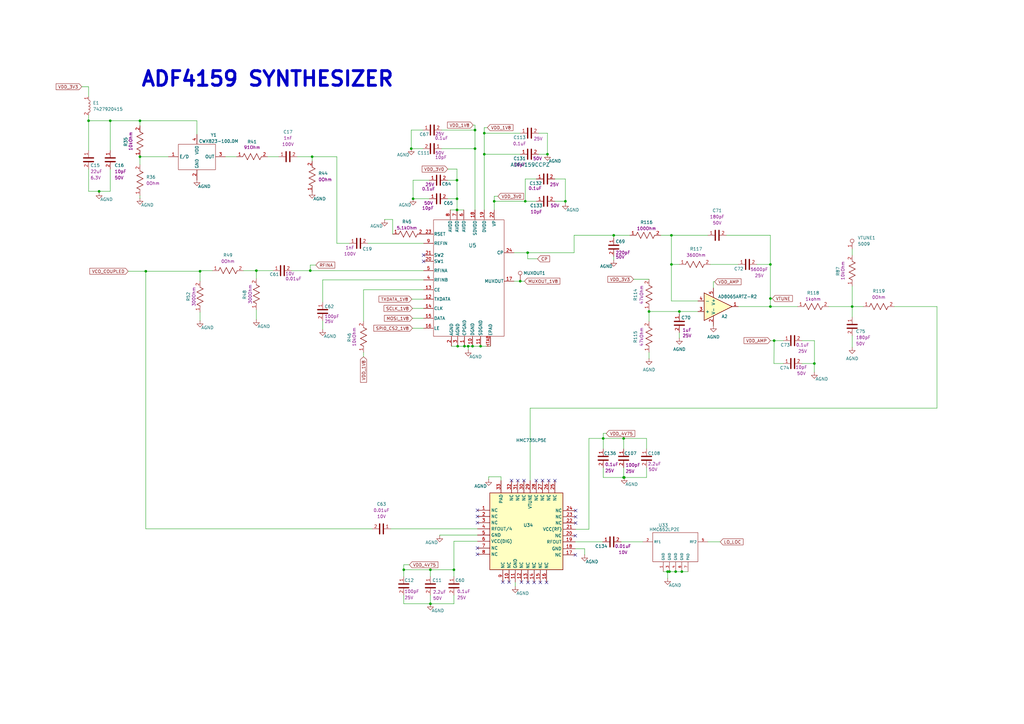
<source format=kicad_sch>
(kicad_sch (version 20250114) (generator "eeschema") (generator_version "9.0")
  (paper "A3")
  (text "ADF4159 SYNTHESIZER" (at 109.728 32.512 0) (effects (font (size 6 6) (thickness 1.2) (bold yes))))
  (junction (at 224.536 63.246))
  (junction (at 215.4458 82.55))
  (junction (at 278.638 127.762))
  (junction (at 251.714 96.52))
  (junction (at 197.104 141.986))
  (junction (at 128.016 64.262))
  (junction (at 169.418 81.534))
  (junction (at 349.504 125.73))
  (junction (at 273.812 234.442))
  (junction (at 334.01 149.098))
  (junction (at 165.608 233.68))
  (junction (at 274.574 234.442))
  (junction (at 36.322 49.53))
  (junction (at 127.254 110.998))
  (junction (at 187.4282 73.914))
  (junction (at 193.802 141.986))
  (junction (at 315.976 108.458))
  (junction (at 266.192 127.762))
  (junction (at 317.5 139.7))
  (junction (at 187.452 86.106))
  (junction (at 194.818 60.96))
  (junction (at 168.656 60.96))
  (junction (at 277.114 234.442))
  (junction (at 45.212 49.53))
  (junction (at 40.64 78.486))
  (junction (at 255.778 195.834))
  (junction (at 190.5 141.986))
  (junction (at 194.818 53.34))
  (junction (at 255.778 179.832))
  (junction (at 231.902 82.55))
  (junction (at 57.404 64.262))
  (junction (at 275.3882 96.52))
  (junction (at 256.032 195.834))
  (junction (at 216.408 103.632))
  (junction (at 176.53 233.68))
  (junction (at 279.654 234.442))
  (junction (at 247.396 179.832))
  (junction (at 315.976 125.73))
  (junction (at 82.042 111.252))
  (junction (at 59.8131 111.252))
  (junction (at 105.156 110.998))
  (junction (at 186.182 233.68))
  (junction (at 202.692 82.55))
  (junction (at 198.628 54.61))
  (junction (at 315.976 122.428))
  (junction (at 187.452 81.534))
  (junction (at 213.36 115.316))
  (junction (at 275.3882 108.458))
  (junction (at 198.628 63.246))
  (junction (at 57.404 49.53))
  (junction (at 192.024 141.986))
  (junction (at 187.706 141.986))
  (junction (at 176.53 247.65))
  (no_connect (at 195.834 227.33))
  (no_connect (at 195.834 209.296))
  (no_connect (at 208.788 238.76))
  (no_connect (at 236.093 209.423))
  (no_connect (at 209.804 197.104))
  (no_connect (at 212.344 197.104))
  (no_connect (at 224.155 238.887))
  (no_connect (at 195.834 211.836))
  (no_connect (at 219.075 238.887))
  (no_connect (at 195.834 214.376))
  (no_connect (at 227.584 197.104))
  (no_connect (at 222.504 197.104))
  (no_connect (at 173.736 104.648))
  (no_connect (at 214.884 197.104))
  (no_connect (at 235.966 227.584))
  (no_connect (at 213.868 238.76))
  (no_connect (at 235.966 219.71))
  (no_connect (at 219.964 197.104))
  (no_connect (at 221.615 238.887))
  (no_connect (at 225.044 197.104))
  (no_connect (at 236.093 211.963))
  (no_connect (at 216.535 238.887))
  (no_connect (at 173.736 107.188))
  (no_connect (at 195.834 224.79))
  (no_connect (at 236.093 214.503))
  (no_connect (at 206.248 238.76))
  (wire (pts (xy 194.056 51.308) (xy 194.818 51.308)))
  (wire (pts (xy 176.022 73.914) (xy 176.022 73.8893)))
  (wire (pts (xy 295.402 222.25) (xy 290.322 222.25)))
  (wire (pts (xy 275.3882 96.52) (xy 290.322 96.52)))
  (wire (pts (xy 227.584 73.406) (xy 231.902 73.406)))
  (wire (pts (xy 277.114 234.442) (xy 279.654 234.442)))
  (wire (pts (xy 194.818 60.96) (xy 194.818 86.106)))
  (wire (pts (xy 192.024 141.986) (xy 193.802 141.986)))
  (wire (pts (xy 266.192 127.254) (xy 266.192 127.762)))
  (wire (pts (xy 59.8131 216.916) (xy 152.654 216.916)))
  (wire (pts (xy 132.334 135.128) (xy 132.334 131.572)))
  (wire (pts (xy 36.322 35.56) (xy 36.322 39.624)))
  (wire (pts (xy 183.642 69.342) (xy 187.4282 69.342)))
  (wire (pts (xy 224.536 63.246) (xy 220.98 63.246)))
  (wire (pts (xy 255.778 179.832) (xy 255.778 184.15)))
  (wire (pts (xy 45.212 49.53) (xy 45.212 61.722)))
  (wire (pts (xy 165.608 231.648) (xy 165.608 233.68)))
  (wire (pts (xy 87.122 110.998) (xy 82.042 110.998)))
  (wire (pts (xy 316.738 122.428) (xy 315.976 122.428)))
  (wire (pts (xy 278.638 127.762) (xy 278.638 128.778)))
  (wire (pts (xy 150.876 99.822) (xy 173.736 99.822)))
  (wire (pts (xy 251.714 96.52) (xy 258.318 96.52)))
  (wire (pts (xy 36.322 78.486) (xy 40.64 78.486)))
  (wire (pts (xy 219.964 73.406) (xy 215.4458 73.406)))
  (wire (pts (xy 265.176 195.834) (xy 265.176 191.77)))
  (wire (pts (xy 168.656 53.34) (xy 168.656 60.96)))
  (wire (pts (xy 248.666 177.8) (xy 248.666 177.7594)))
  (wire (pts (xy 315.976 108.458) (xy 310.388 108.458)))
  (wire (pts (xy 302.768 125.73) (xy 315.976 125.73)))
  (wire (pts (xy 186.182 233.68) (xy 186.182 236.474)))
  (wire (pts (xy 183.642 81.534) (xy 187.452 81.534)))
  (wire (pts (xy 40.64 78.994) (xy 40.64 78.486)))
  (wire (pts (xy 241.554 179.832) (xy 247.396 179.832)))
  (wire (pts (xy 187.452 86.106) (xy 190.246 86.106)))
  (wire (pts (xy 169.164 130.556) (xy 173.736 130.556)))
  (wire (pts (xy 275.3882 96.52) (xy 275.3882 108.458)))
  (wire (pts (xy 247.396 191.77) (xy 247.396 195.834)))
  (wire (pts (xy 247.142 222.25) (xy 235.966 222.25)))
  (wire (pts (xy 45.212 49.53) (xy 57.404 49.53)))
  (wire (pts (xy 251.714 97.536) (xy 251.714 96.52)))
  (wire (pts (xy 255.778 191.77) (xy 255.778 195.834)))
  (wire (pts (xy 220.98 54.61) (xy 224.536 54.61)))
  (wire (pts (xy 192.024 143.51) (xy 192.024 141.986)))
  (wire (pts (xy 194.818 51.308) (xy 194.818 53.34)))
  (wire (pts (xy 197.104 141.986) (xy 201.168 141.986)))
  (wire (pts (xy 334.01 149.098) (xy 334.01 152.654)))
  (wire (pts (xy 292.608 133.604) (xy 292.608 133.35)))
  (wire (pts (xy 127.254 110.998) (xy 173.736 110.998)))
  (wire (pts (xy 132.334 114.808) (xy 173.736 114.808)))
  (wire (pts (xy 52.578 111.252) (xy 59.8131 111.252)))
  (wire (pts (xy 82.042 111.252) (xy 82.042 110.998)))
  (wire (pts (xy 315.976 139.7) (xy 317.5 139.7)))
  (wire (pts (xy 40.64 78.486) (xy 45.212 78.486)))
  (wire (pts (xy 248.666 177.7594) (xy 247.396 177.7594)))
  (wire (pts (xy 169.418 73.8893) (xy 169.418 81.534)))
  (wire (pts (xy 57.404 49.53) (xy 57.404 51.562)))
  (wire (pts (xy 204.216 80.518) (xy 202.692 80.518)))
  (wire (pts (xy 317.5 139.7) (xy 317.4325 149.098)))
  (wire (pts (xy 231.902 73.406) (xy 231.902 82.55)))
  (wire (pts (xy 105.156 110.998) (xy 112.014 110.998)))
  (wire (pts (xy 275.3882 108.458) (xy 278.638 108.458)))
  (wire (pts (xy 187.452 81.534) (xy 187.452 86.106)))
  (wire (pts (xy 97.028 64.262) (xy 92.456 64.262)))
  (wire (pts (xy 176.53 233.68) (xy 176.53 236.474)))
  (wire (pts (xy 80.772 55.118) (xy 80.772 49.53)))
  (wire (pts (xy 195.834 219.456) (xy 180.34 219.456)))
  (wire (pts (xy 275.3882 123.444) (xy 286.258 123.444)))
  (wire (pts (xy 239.776 225.044) (xy 235.966 225.044)))
  (wire (pts (xy 278.638 127.762) (xy 286.258 127.762)))
  (wire (pts (xy 263.652 222.25) (xy 254.762 222.25)))
  (wire (pts (xy 349.504 102.108) (xy 349.504 104.648)))
  (wire (pts (xy 327.152 125.73) (xy 315.976 125.73)))
  (wire (pts (xy 266.192 127.762) (xy 278.638 127.762)))
  (wire (pts (xy 198.628 54.61) (xy 198.628 63.246)))
  (wire (pts (xy 216.408 103.632) (xy 216.408 106.172)))
  (wire (pts (xy 315.976 96.52) (xy 315.976 108.458)))
  (wire (pts (xy 199.898 52.324) (xy 198.628 52.324)))
  (wire (pts (xy 366.776 125.73) (xy 384.302 125.73)))
  (wire (pts (xy 57.404 67.564) (xy 57.404 64.262)))
  (wire (pts (xy 82.042 111.252) (xy 59.8131 111.252)))
  (wire (pts (xy 165.608 244.094) (xy 165.608 247.65)))
  (wire (pts (xy 161.036 90.0218) (xy 157.734 90.0218)))
  (wire (pts (xy 132.334 123.952) (xy 132.334 114.808)))
  (wire (pts (xy 255.778 179.832) (xy 265.176 179.832)))
  (wire (pts (xy 317.4325 149.098) (xy 321.31 149.098)))
  (wire (pts (xy 241.554 179.832) (xy 241.554 217.043)))
  (wire (pts (xy 349.504 125.73) (xy 339.852 125.73)))
  (wire (pts (xy 217.424 167.386) (xy 217.424 197.104)))
  (wire (pts (xy 167.894 231.648) (xy 165.608 231.648)))
  (wire (pts (xy 114.3 64.262) (xy 109.728 64.262)))
  (wire (pts (xy 169.164 134.62) (xy 173.736 134.62)))
  (wire (pts (xy 293.116 115.57) (xy 292.608 115.57)))
  (wire (pts (xy 210.82 115.316) (xy 213.36 115.316)))
  (wire (pts (xy 36.322 69.342) (xy 36.322 78.486)))
  (wire (pts (xy 273.812 234.442) (xy 274.574 234.442)))
  (wire (pts (xy 165.608 233.68) (xy 176.53 233.68)))
  (wire (pts (xy 384.302 167.386) (xy 217.424 167.386)))
  (wire (pts (xy 99.822 110.998) (xy 105.156 110.998)))
  (wire (pts (xy 211.328 240.538) (xy 211.328 238.76)))
  (wire (pts (xy 256.032 195.834) (xy 265.176 195.834)))
  (wire (pts (xy 247.396 184.15) (xy 247.396 179.832)))
  (wire (pts (xy 121.92 64.262) (xy 128.016 64.262)))
  (wire (pts (xy 45.212 69.342) (xy 45.212 78.486)))
  (wire (pts (xy 255.778 195.834) (xy 256.032 195.834)))
  (wire (pts (xy 193.802 141.986) (xy 197.104 141.986)))
  (wire (pts (xy 33.528 35.56) (xy 36.322 35.56)))
  (wire (pts (xy 129.54 108.712) (xy 127.254 108.712)))
  (wire (pts (xy 205.486 195.58) (xy 205.486 197.104)))
  (wire (pts (xy 247.396 195.834) (xy 255.778 195.834)))
  (wire (pts (xy 186.182 221.996) (xy 186.182 233.68)))
  (wire (pts (xy 168.656 60.96) (xy 173.482 60.96)))
  (wire (pts (xy 161.036 96.012) (xy 161.036 90.0218)))
  (wire (pts (xy 183.642 73.914) (xy 187.4282 73.914)))
  (wire (pts (xy 275.3882 108.458) (xy 275.3882 123.444)))
  (wire (pts (xy 334.0497 139.7) (xy 334.0497 149.098)))
  (wire (pts (xy 213.36 63.246) (xy 198.628 63.246)))
  (wire (pts (xy 231.902 83.312) (xy 231.902 82.55)))
  (wire (pts (xy 272.034 234.442) (xy 273.812 234.442)))
  (wire (pts (xy 215.4458 73.406) (xy 215.4458 82.55)))
  (wire (pts (xy 176.022 73.8893) (xy 169.418 73.8893)))
  (wire (pts (xy 239.776 227.584) (xy 239.776 225.044)))
  (wire (pts (xy 36.322 47.244) (xy 36.322 49.53)))
  (wire (pts (xy 247.396 179.832) (xy 255.778 179.832)))
  (wire (pts (xy 194.818 53.34) (xy 194.818 60.96)))
  (wire (pts (xy 231.902 82.55) (xy 227.584 82.55)))
  (wire (pts (xy 36.322 49.53) (xy 45.212 49.53)))
  (wire (pts (xy 334.0497 149.098) (xy 334.01 149.098)))
  (wire (pts (xy 128.016 64.262) (xy 128.016 66.04)))
  (wire (pts (xy 202.692 82.55) (xy 202.692 86.106)))
  (wire (pts (xy 160.274 216.916) (xy 195.834 216.916)))
  (wire (pts (xy 265.176 179.832) (xy 265.176 184.15)))
  (wire (pts (xy 149.098 146.304) (xy 149.098 144.526)))
  (wire (pts (xy 165.608 247.65) (xy 176.53 247.65)))
  (wire (pts (xy 354.076 125.73) (xy 349.504 125.73)))
  (wire (pts (xy 59.8131 216.916) (xy 59.8131 111.252)))
  (wire (pts (xy 57.404 81.28) (xy 57.404 80.264)))
  (wire (pts (xy 187.706 141.986) (xy 190.5 141.986)))
  (wire (pts (xy 278.638 138.684) (xy 278.638 136.398)))
  (wire (pts (xy 220.472 106.172) (xy 216.408 106.172)))
  (wire (pts (xy 127.254 108.712) (xy 127.254 110.998)))
  (wire (pts (xy 173.482 53.34) (xy 168.656 53.34)))
  (wire (pts (xy 105.156 114.3) (xy 105.156 110.998)))
  (wire (pts (xy 328.93 139.7) (xy 334.0497 139.7)))
  (wire (pts (xy 181.102 60.96) (xy 194.818 60.96)))
  (wire (pts (xy 266.192 131.826) (xy 266.192 127.762)))
  (wire (pts (xy 82.042 111.252) (xy 82.042 115.316)))
  (wire (pts (xy 271.018 96.52) (xy 275.3882 96.52)))
  (wire (pts (xy 321.31 139.7) (xy 317.5 139.7)))
  (wire (pts (xy 186.182 247.65) (xy 186.182 244.094)))
  (wire (pts (xy 235.458 103.632) (xy 216.408 103.632)))
  (wire (pts (xy 235.458 96.52) (xy 251.714 96.52)))
  (wire (pts (xy 235.458 96.52) (xy 235.458 103.632)))
  (wire (pts (xy 176.53 247.65) (xy 186.182 247.65)))
  (wire (pts (xy 266.192 147.066) (xy 266.192 144.526)))
  (wire (pts (xy 105.156 131.064) (xy 105.156 127)))
  (wire (pts (xy 187.4282 69.342) (xy 187.4282 73.914)))
  (wire (pts (xy 169.418 81.534) (xy 176.022 81.534)))
  (wire (pts (xy 273.812 237.236) (xy 273.812 234.442)))
  (wire (pts (xy 82.042 131.572) (xy 82.042 128.016)))
  (wire (pts (xy 157.734 90.0218) (xy 157.734 90.17)))
  (wire (pts (xy 198.628 63.246) (xy 198.628 86.106)))
  (wire (pts (xy 169.164 126.492) (xy 173.736 126.492)))
  (wire (pts (xy 187.4282 73.914) (xy 187.4282 74.168)))
  (wire (pts (xy 292.608 115.57) (xy 292.608 118.11)))
  (wire (pts (xy 185.166 141.986) (xy 187.706 141.986)))
  (wire (pts (xy 202.692 82.55) (xy 215.4458 82.55)))
  (wire (pts (xy 181.102 53.34) (xy 194.818 53.34)))
  (wire (pts (xy 315.976 125.73) (xy 315.976 122.428)))
  (wire (pts (xy 213.36 115.316) (xy 215.138 115.316)))
  (wire (pts (xy 279.654 234.442) (xy 282.194 234.442)))
  (wire (pts (xy 315.976 122.428) (xy 315.976 108.458)))
  (wire (pts (xy 195.834 221.996) (xy 186.182 221.996)))
  (wire (pts (xy 168.91 122.682) (xy 173.736 122.682)))
  (wire (pts (xy 36.322 61.722) (xy 36.322 49.53)))
  (wire (pts (xy 190.5 141.986) (xy 192.024 141.986)))
  (wire (pts (xy 165.608 233.68) (xy 165.608 236.474)))
  (wire (pts (xy 149.098 131.826) (xy 149.098 118.872)))
  (wire (pts (xy 138.176 64.262) (xy 138.176 99.822)))
  (wire (pts (xy 202.692 80.518) (xy 202.692 82.55)))
  (wire (pts (xy 149.098 118.872) (xy 173.736 118.872)))
  (wire (pts (xy 187.4282 74.168) (xy 187.452 81.534)))
  (wire (pts (xy 176.53 233.68) (xy 186.182 233.68)))
  (wire (pts (xy 184.658 86.106) (xy 187.452 86.106)))
  (wire (pts (xy 349.504 130.048) (xy 349.504 125.73)))
  (wire (pts (xy 236.093 217.043) (xy 241.554 217.043)))
  (wire (pts (xy 297.942 96.52) (xy 315.976 96.52)))
  (wire (pts (xy 198.628 52.324) (xy 198.628 54.61)))
  (wire (pts (xy 259.842 114.554) (xy 266.192 114.554)))
  (wire (pts (xy 349.504 117.348) (xy 349.504 125.73)))
  (wire (pts (xy 334.01 149.098) (xy 328.93 149.098)))
  (wire (pts (xy 291.338 108.458) (xy 302.768 108.458)))
  (wire (pts (xy 57.404 64.262) (xy 69.088 64.262)))
  (wire (pts (xy 180.34 219.456) (xy 180.34 219.71)))
  (wire (pts (xy 128.016 64.262) (xy 138.176 64.262)))
  (wire (pts (xy 215.4458 82.55) (xy 219.964 82.55)))
  (wire (pts (xy 384.302 125.73) (xy 384.302 167.386)))
  (wire (pts (xy 198.628 54.61) (xy 213.36 54.61)))
  (wire (pts (xy 80.772 49.53) (xy 57.404 49.53)))
  (wire (pts (xy 200.406 195.58) (xy 205.486 195.58)))
  (wire (pts (xy 274.574 234.442) (xy 277.114 234.442)))
  (wire (pts (xy 176.53 244.094) (xy 176.53 247.65)))
  (wire (pts (xy 119.634 110.998) (xy 127.254 110.998)))
  (wire (pts (xy 216.408 103.632) (xy 210.82 103.632)))
  (wire (pts (xy 200.406 196.596) (xy 200.406 195.58)))
  (wire (pts (xy 349.504 142.494) (xy 349.504 137.668)))
  (wire (pts (xy 138.176 99.822) (xy 143.256 99.822)))
  (wire (pts (xy 247.396 177.7594) (xy 247.396 179.832)))
  (wire (pts (xy 251.714 106.68) (xy 251.714 105.156)))
  (wire (pts (xy 224.536 54.61) (xy 224.536 63.246)))
  (global_label "MOSI_1V8" (shape input) (at 169.164 130.556 180) (property "Intersheetrefs" "${INTERSHEET_REFS}" (effects (hide yes))))
  (global_label "CP" (shape input) (at 220.472 106.172 0) (property "Intersheetrefs" "${INTERSHEET_REFS}" (effects (hide yes))))
  (global_label "VDD_3V3" (shape input) (at 259.842 114.554 180) (property "Intersheetrefs" "${INTERSHEET_REFS}" (effects (hide yes))))
  (global_label "VDD_1V8" (shape input) (at 199.898 52.324 0) (property "Intersheetrefs" "${INTERSHEET_REFS}" (effects (hide yes))))
  (global_label "SPI0_CS2_1V8" (shape input) (at 169.164 134.62 180) (property "Intersheetrefs" "${INTERSHEET_REFS}" (effects (hide yes))))
  (global_label "VDD_1V8" (shape input) (at 149.098 146.304 270) (property "Intersheetrefs" "${INTERSHEET_REFS}" (effects (hide yes))))
  (global_label "MUXOUT_1V8" (shape input) (at 215.138 115.316 0) (property "Intersheetrefs" "${INTERSHEET_REFS}" (effects (hide yes))))
  (global_label "SCLK_1V8" (shape input) (at 169.164 126.492 180) (property "Intersheetrefs" "${INTERSHEET_REFS}" (effects (hide yes))))
  (global_label "TXDATA_1V8" (shape input) (at 168.91 122.682 180) (property "Intersheetrefs" "${INTERSHEET_REFS}" (effects (hide yes))))
  (global_label "VDD_3V0" (shape input) (at 183.642 69.342 180) (property "Intersheetrefs" "${INTERSHEET_REFS}" (effects (hide yes))))
  (global_label "VDD_AMP" (shape input) (at 293.116 115.57 0) (property "Intersheetrefs" "${INTERSHEET_REFS}" (effects (hide yes))))
  (global_label "VDD_4V75" (shape input) (at 167.894 231.648 0) (property "Intersheetrefs" "${INTERSHEET_REFS}" (effects (hide yes))))
  (global_label "LO_LOC" (shape input) (at 295.402 222.25 0) (property "Intersheetrefs" "${INTERSHEET_REFS}" (effects (hide yes))))
  (global_label "VDD_AMP" (shape input) (at 315.976 139.7 180) (property "Intersheetrefs" "${INTERSHEET_REFS}" (effects (hide yes))))
  (global_label "RFINA" (shape input) (at 129.54 108.712 0) (property "Intersheetrefs" "${INTERSHEET_REFS}" (effects (hide yes))))
  (global_label "VDD_3V0" (shape input) (at 204.216 80.518 0) (property "Intersheetrefs" "${INTERSHEET_REFS}" (effects (hide yes))))
  (global_label "VDD_4V75" (shape input) (at 248.666 177.8 0) (property "Intersheetrefs" "${INTERSHEET_REFS}" (effects (hide yes))))
  (global_label "VTUNE" (shape input) (at 316.738 122.428 0) (property "Intersheetrefs" "${INTERSHEET_REFS}" (effects (hide yes))))
  (global_label "VCO_COUPLED" (shape input) (at 52.578 111.252 180) (property "Intersheetrefs" "${INTERSHEET_REFS}" (effects (hide yes))))
  (global_label "VDD_1V8" (shape input) (at 194.056 51.308 180) (property "Intersheetrefs" "${INTERSHEET_REFS}" (effects (hide yes))))
  (global_label "VDD_3V3" (shape input) (at 33.528 35.56 180) (property "Intersheetrefs" "${INTERSHEET_REFS}" (effects (hide yes))))
  (symbol (lib_id "PABA-DP: GRM188R61H225KE11J") (at 175.26 233.934 0) (unit 1)
    (property "Reference" "C11" (at 177.292 237.998 0) (effects (justify left)))
    (property "Value" "GRM188R61H225KE11J" (effects (hide yes)))
    (property "Footprint" "Custom:C_0603_1608Metric" (effects (hide yes)))
    (property "Datasheet" "https://search.murata.co.jp/Ceramy/image/img/A01X/G101/ENG/GRM188R61H225KE11-01.pdf" (effects (hide yes)))
    (property "Description" "2.2 µF ±10% 50V Ceramic Capacitor X5R 0603 (1608 Metric)" (effects (hide yes)))
    (property "C" "2.2uF" (at 177.546 242.824 0) (effects (justify left)))
    (property "V" "50V" (at 177.546 245.364 0) (effects (justify left)))
    (property "Acc" "10%" (effects (hide yes)))
  )
  (symbol (lib_id "PABA-DP:GRM155R71E104KE14D") (at 184.912 233.934 0) (unit 1)
    (property "Reference" "C60" (at 186.69 237.9981 0) (effects (justify left)))
    (property "Value" "GRM155R71E104KE14D" (effects (hide yes)))
    (property "Footprint" "Capacitor_SMD:C_0402_1005Metric" (effects (hide yes)))
    (property "Datasheet" "https://search.murata.co.jp/Ceramy/image/img/A01X/G101/ENG/GRM155R71E104KE14-01.pdf" (effects (hide yes)))
    (property "Description" "0.1 µF ±10% 25V Ceramic Capacitor X7R 0402 (1005 Metric)" (effects (hide yes)))
    (property "C" "0.1uF" (at 187.452 242.57 0) (effects (justify left)))
    (property "V" "25V" (at 187.452 245.11 0) (effects (justify left)))
    (property "Acc" "10%" (effects (hide yes)))
  )
  (symbol (lib_id "PABA-DP:RC0603FR-0791RL") (at 103.378 61.722 0) (unit 1)
    (property "Reference" "R41" (at 103.378 58.166 0))
    (property "Value" "RC0603FR-0791RL" (effects (hide yes)))
    (property "Footprint" "Custom:R_0603_1608Metric" (effects (hide yes)))
    (property "Datasheet" "https://www.yageo.com/upload/media/product/products/datasheet/rchip/PYu-RC_Group_51_RoHS_L_12.pdf" (effects (hide yes)))
    (property "Description" "RES 91 OHM 1% 1/10W 0603" (effects (hide yes)))
    (property "Acc" "1%" (effects (hide yes)))
    (property "R" "91Ohm" (at 103.378 60.452 0))
    (property "P" "0.1W" (effects (hide yes)))
  )
  (symbol (lib_id "PABA-DP:GRM033R71A103KA01D") (at 109.474 112.268 90) (unit 1)
    (property "Reference" "C61" (at 112.522 112.522 90))
    (property "Value" "GRM033R71A103KA01D" (effects (hide yes)))
    (property "Footprint" "Capacitor_SMD:C_0201_0603Metric" (effects (hide yes)))
    (property "Datasheet" "https://search.murata.co.jp/Ceramy/image/img/A01X/G101/ENG/GRM033R71A103KA01-01.pdf" (effects (hide yes)))
    (property "Description" "10000 pF ±10% 10V Ceramic Capacitor X7R 0201 (0603 Metric)" (effects (hide yes)))
    (property "C" "0.01uF" (at 120.396 114.3 90))
    (property "V" "10V" (at 118.872 112.268 90))
    (property "Acc" "10%" (effects (hide yes)))
  )
  (symbol (lib_id "PABA-DP:GND") (at 180.34 219.71 0) (unit 1)
    (property "Reference" "#PWR0173" (effects (hide yes)))
    (property "Value" "AGND" (at 177.038 222.504 0))
    (property "Description" "Power symbol creates a global label with name \"GND\" , ground" (effects (hide yes)))
  )
  (symbol (lib_id "PABA-DP:GRM155R71E104KE14D") (at 318.77 140.97 90) (unit 1)
    (property "Reference" "C73" (at 322.072 141.478 90))
    (property "Value" "GRM155R71E104KE14D" (effects (hide yes)))
    (property "Footprint" "Capacitor_SMD:C_0402_1005Metric" (effects (hide yes)))
    (property "Datasheet" "https://search.murata.co.jp/Ceramy/image/img/A01X/G101/ENG/GRM155R71E104KE14-01.pdf" (effects (hide yes)))
    (property "Description" "0.1 µF ±10% 25V Ceramic Capacitor X7R 0402 (1005 Metric)" (effects (hide yes)))
    (property "C" "0.1uF" (at 329.184 141.478 90))
    (property "V" "25V" (at 329.184 144.018 90))
    (property "Acc" "10%" (effects (hide yes)))
  )
  (symbol (lib_id "PABA-DP:GND") (at 200.406 196.596 0) (unit 1)
    (property "Reference" "#PWR0176" (effects (hide yes)))
    (property "Value" "AGND" (at 197.104 199.39 0))
    (property "Description" "Power symbol creates a global label with name \"GND\" , ground" (effects (hide yes)))
  )
  (symbol (lib_id "PABA-DP:ERJ-2RKF1000X") (at 264.668 93.98 0) (unit 1)
    (property "Reference" "R116" (at 265.176 91.186 0))
    (property "Value" "ERJ-2RKF1000X" (effects (hide yes)))
    (property "Footprint" "Resistor_SMD:R_0402_1005Metric" (effects (hide yes)))
    (property "Datasheet" "https://industrial.panasonic.com/cdbs/www-data/pdf/RDA0000/AOA0000C304.pdf" (effects (hide yes)))
    (property "Description" "RES SMD 100 OHM 1% 1/10W 0402" (effects (hide yes)))
    (property "R" "100Ohm" (at 265.176 93.726 0))
    (property "Acc" "1%" (effects (hide yes)))
    (property "P" "0.1W" (effects (hide yes)))
  )
  (symbol (lib_id "PABA-DP:GRM155R71E104KE14D") (at 173.482 75.184 90) (unit 1)
    (property "Reference" "C64" (at 183.134 75.438 90))
    (property "Value" "GRM155R71E104KE14D" (effects (hide yes)))
    (property "Footprint" "Capacitor_SMD:C_0402_1005Metric" (effects (hide yes)))
    (property "Datasheet" "https://search.murata.co.jp/Ceramy/image/img/A01X/G101/ENG/GRM155R71E104KE14-01.pdf" (effects (hide yes)))
    (property "Description" "0.1 µF ±10% 25V Ceramic Capacitor X7R 0402 (1005 Metric)" (effects (hide yes)))
    (property "C" "0.1uF" (at 175.768 77.47 90))
    (property "V" "25V" (at 176.276 75.692 90))
    (property "Acc" "10%" (effects (hide yes)))
  )
  (symbol (lib_id "PABA-DP:GND") (at 157.734 90.17 0) (unit 1)
    (property "Reference" "#PWR0185" (effects (hide yes)))
    (property "Value" "AGND" (at 154.432 92.71 0))
    (property "Description" "Power symbol creates a global label with name \"GND\" , ground" (effects (hide yes)))
  )
  (symbol (lib_id "PABA-DP:ERJ-1GNF1002C") (at 346.964 110.998 90) (unit 1)
    (property "Reference" "R87" (at 343.662 111.252 0))
    (property "Value" "ERJ-1GNF1002C" (effects (hide yes)))
    (property "Footprint" "Resistor_SMD:R_0201_0603Metric" (effects (hide yes)))
    (property "Datasheet" "https://industrial.panasonic.com/cdbs/www-data/pdf/RDA0000/AOA0000C304.pdf" (effects (hide yes)))
    (property "Description" "RES SMD 10K OHM 1% 1/20W 0201" (effects (hide yes)))
    (property "Acc" "1%" (effects (hide yes)))
    (property "P" "0.05W" (effects (hide yes)))
    (property "R" "10kOhm" (at 345.694 110.998 0))
  )
  (symbol (lib_id "PABA-DP:CWX823-100.0M") (at 72.644 61.214 0) (unit 1)
    (property "Reference" "Y1" (at 87.63 55.372 0))
    (property "Value" "CWX823-100.0M" (at 89.662 57.912 0))
    (property "Footprint" "Custom:CWX823-100.0M" (effects (hide yes)))
    (property "Datasheet" "http://www.conwin.com/datasheets/sm/sm126.pdf" (effects (hide yes)))
    (property "Description" "100 MHz XO (Standard) LVCMOS Oscillator 3.3V Enable/Disable 4-SMD, No Lead" (effects (hide yes)))
  )
  (symbol (lib_id "PABA-DP:GND") (at 231.902 83.312 0) (unit 1)
    (property "Reference" "#PWR0166" (effects (hide yes)))
    (property "Value" "AGND" (at 234.95 86.106 0))
    (property "Description" "Power symbol creates a global label with name \"GND\" , ground" (effects (hide yes)))
  )
  (symbol (lib_id "PABA-DP:GRM155R71E104KE14D") (at 246.126 181.61 0) (unit 1)
    (property "Reference" "C136" (at 247.65 185.928 0) (effects (justify left)))
    (property "Value" "GRM155R71E104KE14D" (effects (hide yes)))
    (property "Footprint" "Capacitor_SMD:C_0402_1005Metric" (effects (hide yes)))
    (property "Datasheet" "https://search.murata.co.jp/Ceramy/image/img/A01X/G101/ENG/GRM155R71E104KE14-01.pdf" (effects (hide yes)))
    (property "Description" "0.1 µF ±10% 25V Ceramic Capacitor X7R 0402 (1005 Metric)" (effects (hide yes)))
    (property "C" "0.1uF" (at 248.158 190.5 0) (effects (justify left)))
    (property "V" "25V" (at 248.158 193.04 0) (effects (justify left)))
    (property "Acc" "10%" (effects (hide yes)))
  )
  (symbol (lib_id "PABA-DP:06031C102KAT2A") (at 111.76 65.532 90) (unit 1)
    (property "Reference" "C17" (at 118.11 54.102 90))
    (property "Value" "06031C102KAT2A" (effects (hide yes)))
    (property "Footprint" "Custom:C_0603_1608Metric" (effects (hide yes)))
    (property "Datasheet" "https://eu.mouser.com/datasheet/2/40/KGM_X7R-3223212.pdf" (effects (hide yes)))
    (property "Description" "CAP CER 1NF 100V 10% X7R 0603" (effects (hide yes)))
    (property "C" "1nF" (at 118.11 56.642 90))
    (property "V" "100V" (at 118.11 59.182 90))
    (property "Acc" "10%" (effects (hide yes)))
  )
  (symbol (lib_id "PABA-DP:GND") (at 266.192 147.066 0) (unit 1)
    (property "Reference" "#PWR0163" (effects (hide yes)))
    (property "Value" "AGND" (at 266.192 151.638 0))
    (property "Description" "Power symbol creates a global label with name \"GND\" , ground" (effects (hide yes)))
  )
  (symbol (lib_id "PABA-DP:C0603C562J3GACTU") (at 300.228 109.728 90) (unit 1)
    (property "Reference" "C72" (at 303.022 110.236 90))
    (property "Value" "C0603C562J3GACTU" (effects (hide yes)))
    (property "Footprint" "Custom:C_0603_1608Metric" (effects (hide yes)))
    (property "Datasheet" "https://content.kemet.com/datasheets/KEM_C1003_C0G_SMD.pdf" (effects (hide yes)))
    (property "Description" "5600 pF ±5% 25V Ceramic Capacitor C0G, NP0 0603 (1608 Metric)" (effects (hide yes)))
    (property "C" "5600pF" (at 311.404 110.49 90))
    (property "V" "25V" (at 311.404 113.03 90))
  )
  (symbol (lib_id "PABA-DP:GND") (at 128.016 78.74 0) (unit 1)
    (property "Reference" "#PWR0184" (effects (hide yes)))
    (property "Value" "AGND" (at 131.064 81.534 0))
    (property "Description" "Power symbol creates a global label with name \"GND\" , ground" (effects (hide yes)))
  )
  (symbol (lib_id "PABA-DP:GRM033R71E101KA01D") (at 164.338 233.934 0) (unit 1)
    (property "Reference" "C12" (at 165.862 237.998 0) (effects (justify left)))
    (property "Value" "GRM033R71E101KA01D" (effects (hide yes)))
    (property "Footprint" "Capacitor_SMD:C_0201_0603Metric" (effects (hide yes)))
    (property "Datasheet" "https://search.murata.co.jp/Ceramy/image/img/A01X/G101/ENG/GRM033R71E101KA01-01.pdf" (effects (hide yes)))
    (property "Description" "100 pF ±10% 25V Ceramic Capacitor X7R 0201 (0603 Metric)" (effects (hide yes)))
    (property "C" "100pF" (at 165.862 242.57 0) (effects (justify left)))
    (property "V" "25V" (at 165.862 245.11 0) (effects (justify left)))
    (property "Acc" "10%" (effects (hide yes)))
  )
  (symbol (lib_id "PABA-DP:GND") (at 168.656 60.96 0) (unit 1)
    (property "Reference" "#PWR0168" (effects (hide yes)))
    (property "Value" "AGND" (at 165.354 63.5 0))
    (property "Description" "Power symbol creates a global label with name \"GND\" , ground" (effects (hide yes)))
  )
  (symbol (lib_id "PABA-DP:GND") (at 82.042 131.572 0) (unit 1)
    (property "Reference" "#PWR0172" (effects (hide yes)))
    (property "Value" "AGND" (at 85.09 134.366 0))
    (property "Description" "Power symbol creates a global label with name \"GND\" , ground" (effects (hide yes)))
  )
  (symbol (lib_id "PABA-DP:ADF4159CCPZ") (at 207.01 108.204 0) (unit 1)
    (property "Reference" "U5" (at 193.802 100.6542 0) (effects (font (size 1.524 1.524))))
    (property "Value" "ADF4159CCPZ" (at 217.424 67.564 0) (effects (font (size 1.524 1.524))))
    (property "Footprint" "Custom:ADF4159CCPZ" (effects (hide yes)))
    (property "Datasheet" "https://www.analog.com/media/en/technical-documentation/data-sheets/ADF4159.pdf" (effects (hide yes)))
    (property "Description" "IC 13GHz 1 24-WFQFN Exposed Pad, CSP" (effects (hide yes)))
  )
  (symbol (lib_id "PABA-DP:CC0402JRNPO9BN100") (at 217.424 83.82 90) (unit 1)
    (property "Reference" "C133" (at 219.964 84.328 90))
    (property "Value" "CC0402JRNPO9BN100" (effects (hide yes)))
    (property "Footprint" "Capacitor_SMD:C_0402_1005Metric" (effects (hide yes)))
    (property "Datasheet" "https://www.yageo.com/en/Chart/Download/pdf/CC0402JRNPO9BN100" (effects (hide yes)))
    (property "Description" "10 pF ±5% 50V Ceramic Capacitor C0G, NP0 0402 (1005 Metric)" (effects (hide yes)))
    (property "C" "10pF" (at 219.964 86.868 90))
    (property "Acc" "5%" (effects (hide yes)))
    (property "V" "50V" (at 227.584 84.328 90))
  )
  (symbol (lib_id "PABA-DP:CC0402JRNPO9BN100") (at 173.482 82.804 90) (unit 1)
    (property "Reference" "C65" (at 183.896 83.312 90))
    (property "Value" "CC0402JRNPO9BN100" (effects (hide yes)))
    (property "Footprint" "Capacitor_SMD:C_0402_1005Metric" (effects (hide yes)))
    (property "Datasheet" "https://www.yageo.com/en/Chart/Download/pdf/CC0402JRNPO9BN100" (effects (hide yes)))
    (property "Description" "10 pF ±5% 50V Ceramic Capacitor C0G, NP0 0402 (1005 Metric)" (effects (hide yes)))
    (property "C" "10pF" (at 175.514 85.344 90))
    (property "Acc" "5%" (effects (hide yes)))
    (property "V" "50V" (at 175.768 83.312 90))
  )
  (symbol (lib_id "PABA-DP:ERJ-2GEJ361X") (at 284.988 105.918 0) (unit 1)
    (property "Reference" "R117" (at 285.496 102.108 0))
    (property "Value" "ERJ-2GEJ361X" (effects (hide yes)))
    (property "Footprint" "Resistor_SMD:R_0402_1005Metric" (effects (hide yes)))
    (property "Datasheet" "https://api.pim.na.industrial.panasonic.com/file_stream/main/fileversion/1242" (effects (hide yes)))
    (property "Description" "RES SMD 360 OHM 5% 1/10W 0402" (effects (hide yes)))
    (property "R" "360Ohm" (at 285.496 104.648 0))
    (property "Acc" "5%" (effects (hide yes)))
    (property "P" "0.1W" (effects (hide yes)))
  )
  (symbol (lib_id "PABA-DP:ERJ-2GE0R00X") (at 360.426 123.19 0) (unit 1)
    (property "Reference" "R119" (at 360.426 119.38 0))
    (property "Value" "ERJ-2GE0R00X" (effects (hide yes)))
    (property "Footprint" "Resistor_SMD:R_0402_1005Metric" (effects (hide yes)))
    (property "Datasheet" "https://industrial.panasonic.com/ww/products/pt/general-purpose-chip-resistors/models/ERJ2GE0R00X" (effects (hide yes)))
    (property "Description" "RES SMD 0 OHM JUMPER 1/10W 0402" (effects (hide yes)))
    (property "R" "0Ohm" (at 360.426 121.92 0))
    (property "Acc" "0.1%" (effects (hide yes)))
    (property "P" "0.1W" (effects (hide yes)))
  )
  (symbol (lib_id "PABA-DP:GRM155R71E104KE14D") (at 170.942 54.61 90) (unit 1)
    (property "Reference" "C67" (at 173.99 55.118 90))
    (property "Value" "GRM155R71E104KE14D" (effects (hide yes)))
    (property "Footprint" "Capacitor_SMD:C_0402_1005Metric" (effects (hide yes)))
    (property "Datasheet" "https://search.murata.co.jp/Ceramy/image/img/A01X/G101/ENG/GRM155R71E104KE14-01.pdf" (effects (hide yes)))
    (property "Description" "0.1 µF ±10% 25V Ceramic Capacitor X7R 0402 (1005 Metric)" (effects (hide yes)))
    (property "C" "0.1uF" (at 181.102 56.642 90))
    (property "V" "25V" (at 180.34 54.864 90))
    (property "Acc" "10%" (effects (hide yes)))
  )
  (symbol (lib_id "PABA-DP:ERJ-1GNF4702C") (at 263.652 120.904 90) (unit 1)
    (property "Reference" "R114" (at 260.604 120.904 0))
    (property "Value" "ERJ-1GNF4702C" (effects (hide yes)))
    (property "Footprint" "Resistor_SMD:R_0201_0603Metric" (effects (hide yes)))
    (property "Datasheet" "https://industrial.panasonic.com/cdbs/www-data/pdf/RDA0000/AOA0000C304.pdf" (effects (hide yes)))
    (property "Description" "RES SMD 47K OHM 1% 1/20W 0201" (effects (hide yes)))
    (property "R" "47kOhm" (at 263.144 120.904 0))
    (property "Acc" "1%" (effects (hide yes)))
    (property "P" "0.05W" (effects (hide yes)))
  )
  (symbol (lib_id "PABA-DP:GND") (at 256.032 195.834 0) (unit 1)
    (property "Reference" "#PWR0178" (effects (hide yes)))
    (property "Value" "AGND" (at 259.08 198.628 0))
    (property "Description" "Power symbol creates a global label with name \"GND\" , ground" (effects (hide yes)))
  )
  (symbol (lib_id "PABA-DP:GND") (at 80.772 73.66 0) (unit 1)
    (property "Reference" "#PWR0181" (effects (hide yes)))
    (property "Value" "AGND" (at 83.82 76.454 0))
    (property "Description" "Power symbol creates a global label with name \"GND\" , ground" (effects (hide yes)))
  )
  (symbol (lib_id "PABA-DP:CC0402JRNPO9BN100") (at 43.942 59.182 0) (unit 1)
    (property "Reference" "C16" (at 46.99 67.818 0) (effects (justify left)))
    (property "Value" "CC0402JRNPO9BN100" (effects (hide yes)))
    (property "Footprint" "Capacitor_SMD:C_0402_1005Metric" (effects (hide yes)))
    (property "Datasheet" "https://www.yageo.com/en/Chart/Download/pdf/CC0402JRNPO9BN100" (effects (hide yes)))
    (property "Description" "10 pF ±5% 50V Ceramic Capacitor C0G, NP0 0402 (1005 Metric)" (effects (hide yes)))
    (property "C" "10pF" (at 46.99 70.358 0) (effects (justify left)))
    (property "Acc" "5%" (effects (hide yes)))
    (property "V" "50V" (at 46.99 72.898 0) (effects (justify left)))
  )
  (symbol (lib_id "PABA-DP:GND") (at 40.64 78.994 0) (unit 1)
    (property "Reference" "#PWR0183" (effects (hide yes)))
    (property "Value" "AGND" (at 43.688 81.788 0))
    (property "Description" "Power symbol creates a global label with name \"GND\" , ground" (effects (hide yes)))
  )
  (symbol (lib_id "PABA-DP:ERJ-1GNF4702C") (at 263.652 138.176 90) (unit 1)
    (property "Reference" "R115" (at 260.604 138.176 0))
    (property "Value" "ERJ-1GNF4702C" (effects (hide yes)))
    (property "Footprint" "Resistor_SMD:R_0201_0603Metric" (effects (hide yes)))
    (property "Datasheet" "https://industrial.panasonic.com/cdbs/www-data/pdf/RDA0000/AOA0000C304.pdf" (effects (hide yes)))
    (property "Description" "RES SMD 47K OHM 1% 1/20W 0201" (effects (hide yes)))
    (property "R" "47kOhm" (at 263.144 138.176 0))
    (property "Acc" "1%" (effects (hide yes)))
    (property "P" "0.05W" (effects (hide yes)))
  )
  (symbol (lib_id "PABA-DP:GND") (at 278.638 138.684 0) (unit 1)
    (property "Reference" "#PWR0162" (effects (hide yes)))
    (property "Value" "AGND" (at 278.638 143.256 0))
    (property "Description" "Power symbol creates a global label with name \"GND\" , ground" (effects (hide yes)))
  )
  (symbol (lib_id "PABA-DP:GND") (at 251.714 106.68 0) (unit 1)
    (property "Reference" "#PWR0164" (effects (hide yes)))
    (property "Value" "AGND" (at 248.666 109.22 0))
    (property "Description" "Power symbol creates a global label with name \"GND\" , ground" (effects (hide yes)))
  )
  (symbol (lib_id "PABA-DP:ERJ-1GNF1002C") (at 146.558 138.176 90) (unit 1)
    (property "Reference" "R46" (at 143.256 138.43 0))
    (property "Value" "ERJ-1GNF1002C" (effects (hide yes)))
    (property "Footprint" "Resistor_SMD:R_0201_0603Metric" (effects (hide yes)))
    (property "Datasheet" "https://industrial.panasonic.com/cdbs/www-data/pdf/RDA0000/AOA0000C304.pdf" (effects (hide yes)))
    (property "Description" "RES SMD 10K OHM 1% 1/20W 0201" (effects (hide yes)))
    (property "Acc" "1%" (effects (hide yes)))
    (property "P" "0.05W" (effects (hide yes)))
    (property "R" "10kOhm" (at 145.288 138.176 0))
  )
  (symbol (lib_id "PABA-DP:ERJ-2GE0R00X") (at 93.472 108.458 0) (unit 1)
    (property "Reference" "R49" (at 93.472 104.648 0))
    (property "Value" "ERJ-2GE0R00X" (effects (hide yes)))
    (property "Footprint" "Resistor_SMD:R_0402_1005Metric" (effects (hide yes)))
    (property "Datasheet" "https://industrial.panasonic.com/ww/products/pt/general-purpose-chip-resistors/models/ERJ2GE0R00X" (effects (hide yes)))
    (property "Description" "RES SMD 0 OHM JUMPER 1/10W 0402" (effects (hide yes)))
    (property "R" "0Ohm" (at 93.472 107.188 0))
    (property "Acc" "0.1%" (effects (hide yes)))
    (property "P" "0.1W" (effects (hide yes)))
  )
  (symbol (lib_id "PABA-DP:HMC735LP5E") (at 217.932 180.594 0) (unit 1)
    (property "Reference" "U34" (at 216.662 215.392 0))
    (property "Value" "HMC735LP5E" (at 217.932 180.594 0))
    (property "Footprint" "Package_DFN_QFN:QFN-32-1EP_5x5mm_P0.5mm_EP3.7x3.7mm" (effects (hide yes)))
    (property "Datasheet" "https://www.analog.com/media/en/technical-documentation/data-sheets/hmc735.pdf" (effects (hide yes)))
    (property "Description" "RF IC VCO General Purpose 10.5GHz ~ 12.2GHz Dual Outputs (Divide by 4, Standard) 32-QFN (5x5)" (effects (hide yes)))
  )
  (symbol (lib_id "PABA-DP:06031C102KAT2A") (at 140.716 101.092 90) (unit 1)
    (property "Reference" "C19" (at 150.622 102.108 90))
    (property "Value" "06031C102KAT2A" (effects (hide yes)))
    (property "Footprint" "Custom:C_0603_1608Metric" (effects (hide yes)))
    (property "Datasheet" "https://eu.mouser.com/datasheet/2/40/KGM_X7R-3223212.pdf" (effects (hide yes)))
    (property "Description" "CAP CER 1NF 100V 10% X7R 0603" (effects (hide yes)))
    (property "C" "1nF" (at 143.51 101.6 90))
    (property "V" "100V" (at 143.51 104.14 90))
    (property "Acc" "10%" (effects (hide yes)))
  )
  (symbol (lib_id "PABA-DP:GRM155R71E104KE14D") (at 210.82 55.88 90) (unit 1)
    (property "Reference" "C113" (at 213.106 56.388 90))
    (property "Value" "GRM155R71E104KE14D" (effects (hide yes)))
    (property "Footprint" "Capacitor_SMD:C_0402_1005Metric" (effects (hide yes)))
    (property "Datasheet" "https://search.murata.co.jp/Ceramy/image/img/A01X/G101/ENG/GRM155R71E104KE14-01.pdf" (effects (hide yes)))
    (property "Description" "0.1 µF ±10% 25V Ceramic Capacitor X7R 0402 (1005 Metric)" (effects (hide yes)))
    (property "C" "0.1uF" (at 213.106 58.928 90))
    (property "V" "25V" (at 220.726 56.896 90))
    (property "Acc" "10%" (effects (hide yes)))
  )
  (symbol (lib_id "PABA-DP:GND") (at 105.156 131.064 0) (unit 1)
    (property "Reference" "#PWR0171" (effects (hide yes)))
    (property "Value" "AGND" (at 108.204 133.858 0))
    (property "Description" "Power symbol creates a global label with name \"GND\" , ground" (effects (hide yes)))
  )
  (symbol (lib_id "PABA-DP:GRM155R71E104KE14D") (at 217.424 74.676 90) (unit 1)
    (property "Reference" "C132" (at 219.71 75.184 90))
    (property "Value" "GRM155R71E104KE14D" (effects (hide yes)))
    (property "Footprint" "Capacitor_SMD:C_0402_1005Metric" (effects (hide yes)))
    (property "Datasheet" "https://search.murata.co.jp/Ceramy/image/img/A01X/G101/ENG/GRM155R71E104KE14-01.pdf" (effects (hide yes)))
    (property "Description" "0.1 µF ±10% 25V Ceramic Capacitor X7R 0402 (1005 Metric)" (effects (hide yes)))
    (property "C" "0.1uF" (at 219.456 77.216 90))
    (property "V" "25V" (at 227.33 75.692 90))
    (property "Acc" "10%" (effects (hide yes)))
  )
  (symbol (lib_id "PABA-DP:ERJ-1GNF1002C") (at 54.864 57.912 90) (unit 1)
    (property "Reference" "R35" (at 51.562 58.166 0))
    (property "Value" "ERJ-1GNF1002C" (effects (hide yes)))
    (property "Footprint" "Resistor_SMD:R_0201_0603Metric" (effects (hide yes)))
    (property "Datasheet" "https://industrial.panasonic.com/cdbs/www-data/pdf/RDA0000/AOA0000C304.pdf" (effects (hide yes)))
    (property "Description" "RES SMD 10K OHM 1% 1/20W 0201" (effects (hide yes)))
    (property "Acc" "1%" (effects (hide yes)))
    (property "P" "0.05W" (effects (hide yes)))
    (property "R" "10kOhm" (at 53.594 57.912 0))
  )
  (symbol (lib_id "PABA-DP:AD8065ARTZ-R2") (at 297.18 113.03 0) (unit 1)
    (property "Reference" "A2" (at 297.18 129.794 0))
    (property "Value" "AD8065ARTZ-R2" (at 302.514 121.666 0))
    (property "Footprint" "Package_TO_SOT_SMD:SOT-23-5" (effects (hide yes)))
    (property "Datasheet" "https://www.analog.com/media/en/technical-documentation/data-sheets/AD8065_8066.pdf" (effects (hide yes)))
    (property "Description" "Voltage Feedback Amplifier 1 Circuit Rail-to-Rail SOT-23-5" (effects (hide yes)))
  )
  (symbol (lib_id "PABA-DP:GRM033R71A103KA01D") (at 244.602 223.52 90) (unit 1)
    (property "Reference" "C134" (at 246.634 224.028 90))
    (property "Value" "GRM033R71A103KA01D" (effects (hide yes)))
    (property "Footprint" "Capacitor_SMD:C_0201_0603Metric" (effects (hide yes)))
    (property "Datasheet" "https://search.murata.co.jp/Ceramy/image/img/A01X/G101/ENG/GRM033R71A103KA01-01.pdf" (effects (hide yes)))
    (property "Description" "10000 pF ±10% 10V Ceramic Capacitor X7R 0201 (0603 Metric)" (effects (hide yes)))
    (property "C" "0.01uF" (at 255.524 224.028 90))
    (property "V" "10V" (at 255.524 226.568 90))
    (property "Acc" "10%" (effects (hide yes)))
  )
  (symbol (lib_id "PABA-DP:CC0402JRNPO9BN100") (at 210.82 64.516 90) (unit 1)
    (property "Reference" "C131" (at 213.106 65.024 90))
    (property "Value" "CC0402JRNPO9BN100" (effects (hide yes)))
    (property "Footprint" "Capacitor_SMD:C_0402_1005Metric" (effects (hide yes)))
    (property "Datasheet" "https://www.yageo.com/en/Chart/Download/pdf/CC0402JRNPO9BN100" (effects (hide yes)))
    (property "Description" "10 pF ±5% 50V Ceramic Capacitor C0G, NP0 0402 (1005 Metric)" (effects (hide yes)))
    (property "C" "10pF" (at 213.106 67.564 90))
    (property "Acc" "5%" (effects (hide yes)))
    (property "V" "50V" (at 220.472 65.024 90))
  )
  (symbol (lib_id "PABA-DP:GRM033R71E101KA01D") (at 131.064 121.412 0) (unit 1)
    (property "Reference" "C62" (at 133.096 125.73 0) (effects (justify left)))
    (property "Value" "GRM033R71E101KA01D" (effects (hide yes)))
    (property "Footprint" "Capacitor_SMD:C_0201_0603Metric" (effects (hide yes)))
    (property "Datasheet" "https://search.murata.co.jp/Ceramy/image/img/A01X/G101/ENG/GRM033R71E101KA01-01.pdf" (effects (hide yes)))
    (property "Description" "100 pF ±10% 25V Ceramic Capacitor X7R 0201 (0603 Metric)" (effects (hide yes)))
    (property "C" "100pF" (at 133.096 129.794 0) (effects (justify left)))
    (property "V" "25V" (at 133.096 131.826 0) (effects (justify left)))
    (property "Acc" "10%" (effects (hide yes)))
  )
  (symbol (lib_id "PABA-DP:GND") (at 176.53 247.65 0) (unit 1)
    (property "Reference" "#PWR0175" (effects (hide yes)))
    (property "Value" "AGND" (at 179.578 250.444 0))
    (property "Description" "Power symbol creates a global label with name \"GND\" , ground" (effects (hide yes)))
  )
  (symbol (lib_id "PABA-DP:CL05C181JB5NNNC") (at 348.234 127.508 0) (unit 1)
    (property "Reference" "C75" (at 351.028 135.89 0) (effects (justify left)))
    (property "Value" "CL05C181JB5NNNC" (effects (hide yes)))
    (property "Footprint" "Capacitor_SMD:C_0402_1005Metric" (effects (hide yes)))
    (property "Datasheet" "https://mm.digikey.com/Volume0/opasdata/d220001/medias/docus/658/CL05C181JB5NNNC_Spec.pdf" (effects (hide yes)))
    (property "Description" "180 pF ±5% 50V Ceramic Capacitor C0G, NP0 0402 (1005 Metric)" (effects (hide yes)))
    (property "C" "180pF" (at 351.028 138.43 0) (effects (justify left)))
    (property "V" "50V" (at 351.028 140.97 0) (effects (justify left)))
    (property "Acc" "5%" (effects (hide yes)))
  )
  (symbol (lib_id "PABA-DP:GND") (at 132.334 135.128 0) (unit 1)
    (property "Reference" "#PWR0170" (effects (hide yes)))
    (property "Value" "AGND" (at 135.382 137.922 0))
    (property "Description" "Power symbol creates a global label with name \"GND\" , ground" (effects (hide yes)))
  )
  (symbol (lib_id "PABA-DP:ERJ-1GNF3000C") (at 102.616 120.65 90) (unit 1)
    (property "Reference" "R48" (at 100.33 120.904 0))
    (property "Value" "ERJ-1GNF3000C" (effects (hide yes)))
    (property "Footprint" "Resistor_SMD:R_0201_0603Metric" (effects (hide yes)))
    (property "Datasheet" "https://industrial.panasonic.com/cdbs/www-data/pdf/RDA0000/AOA0000C304.pdf" (effects (hide yes)))
    (property "Description" "RES SMD 300 OHM 1% 1/20W 0201" (effects (hide yes)))
    (property "R" "300Ohm" (at 102.616 120.65 0))
    (property "P" "0.05W" (effects (hide yes)))
    (property "Acc" "1%" (effects (hide yes)))
  )
  (symbol (lib_id "PABA-DP:ERJ-1GNF3000C") (at 79.502 121.666 90) (unit 1)
    (property "Reference" "R52" (at 77.216 121.666 0))
    (property "Value" "ERJ-1GNF3000C" (effects (hide yes)))
    (property "Footprint" "Resistor_SMD:R_0201_0603Metric" (effects (hide yes)))
    (property "Datasheet" "https://industrial.panasonic.com/cdbs/www-data/pdf/RDA0000/AOA0000C304.pdf" (effects (hide yes)))
    (property "Description" "RES SMD 300 OHM 1% 1/20W 0201" (effects (hide yes)))
    (property "R" "300Ohm" (at 79.502 121.666 0))
    (property "P" "0.05W" (effects (hide yes)))
    (property "Acc" "1%" (effects (hide yes)))
  )
  (symbol (lib_id "PABA-DP:GRM21BR60J226ME39L") (at 35.052 59.182 0) (unit 1)
    (property "Reference" "C15" (at 37.084 67.818 0) (effects (justify left)))
    (property "Value" "GRM21BR60J226ME39L" (effects (hide yes)))
    (property "Footprint" "Capacitor_SMD:C_0805_2012Metric" (effects (hide yes)))
    (property "Datasheet" "https://search.murata.co.jp/Ceramy/image/img/A01X/G101/ENG/GRM21BR60J226ME39-01.pdf" (effects (hide yes)))
    (property "Description" "22 µF ±20% 6.3V Ceramic Capacitor X5R 0805 (2012 Metric)" (effects (hide yes)))
    (property "C" "22uF" (at 37.084 70.358 0) (effects (justify left)))
    (property "V" "6.3V" (at 37.084 72.898 0) (effects (justify left)))
  )
  (symbol (lib_id "PABA-DP:ERJ-1GNF1001C") (at 333.502 123.19 0) (unit 1)
    (property "Reference" "R118" (at 333.502 120.142 0))
    (property "Value" "ERJ-1GNF1001C" (effects (hide yes)))
    (property "Footprint" "Resistor_SMD:R_0201_0603Metric" (effects (hide yes)))
    (property "Datasheet" "https://industrial.panasonic.com/cdbs/www-data/pdf/RDA0000/AOA0000C304.pdf" (effects (hide yes)))
    (property "Description" "RES SMD 1K OHM 1% 1/20W 0201" (effects (hide yes)))
    (property "Acc" "1%" (effects (hide yes)))
    (property "P" "0.05W" (effects (hide yes)))
    (property "R" "1kohm" (at 333.502 122.682 0))
  )
  (symbol (lib_id "PABA-DP:C1005X5R1E105K050BC") (at 277.368 126.238 0) (unit 1)
    (property "Reference" "C70" (at 279.4 130.302 0) (effects (justify left)))
    (property "Value" "C1005X5R1E105K050BC" (effects (hide yes)))
    (property "Footprint" "Capacitor_SMD:C_0402_1005Metric" (effects (hide yes)))
    (property "Datasheet" "https://product.tdk.com/system/files/dam/doc/product/capacitor/ceramic/mlcc/catalog/mlcc_commercial_general_en.pdf" (effects (hide yes)))
    (property "Description" "1 µF ±10% 25V Ceramic Capacitor X5R 0402 (1005 Metric)" (effects (hide yes)))
    (property "C" "1uF" (at 279.908 135.382 0) (effects (justify left)))
    (property "V" "25V" (at 279.908 137.668 0) (effects (justify left)))
  )
  (symbol (lib_id "PABA-DP:GRM033R71A103KA01D") (at 162.814 215.646 270) (unit 1)
    (property "Reference" "C63" (at 156.464 206.756 90))
    (property "Value" "GRM033R71A103KA01D" (effects (hide yes)))
    (property "Footprint" "Capacitor_SMD:C_0201_0603Metric" (effects (hide yes)))
    (property "Datasheet" "https://search.murata.co.jp/Ceramy/image/img/A01X/G101/ENG/GRM033R71A103KA01-01.pdf" (effects (hide yes)))
    (property "Description" "10000 pF ±10% 10V Ceramic Capacitor X7R 0201 (0603 Metric)" (effects (hide yes)))
    (property "C" "0.01uF" (at 156.464 209.296 90))
    (property "V" "10V" (at 156.464 211.836 90))
    (property "Acc" "10%" (effects (hide yes)))
  )
  (symbol (lib_id "PABA-DP:ERJ-2GE0R00X") (at 54.864 73.914 90) (unit 1)
    (property "Reference" "R36" (at 59.944 72.6439 90) (effects (justify right)))
    (property "Value" "ERJ-2GE0R00X" (effects (hide yes)))
    (property "Footprint" "Resistor_SMD:R_0402_1005Metric" (effects (hide yes)))
    (property "Datasheet" "https://industrial.panasonic.com/ww/products/pt/general-purpose-chip-resistors/models/ERJ2GE0R00X" (effects (hide yes)))
    (property "Description" "RES SMD 0 OHM JUMPER 1/10W 0402" (effects (hide yes)))
    (property "R" "0Ohm" (at 59.944 75.1839 90) (effects (justify right)))
    (property "Acc" "0.1%" (effects (hide yes)))
    (property "P" "0.1W" (effects (hide yes)))
  )
  (symbol (lib_id "PABA-DP:GND") (at 239.776 227.584 0) (unit 1)
    (property "Reference" "#PWR0177" (effects (hide yes)))
    (property "Value" "AGND" (at 242.824 230.378 0))
    (property "Description" "Power symbol creates a global label with name \"GND\" , ground" (effects (hide yes)))
  )
  (symbol (lib_id "PABA-DP:ERJ-2GE0R00X") (at 125.476 72.39 90) (unit 1)
    (property "Reference" "R44" (at 130.556 71.1199 90) (effects (justify right)))
    (property "Value" "ERJ-2GE0R00X" (effects (hide yes)))
    (property "Footprint" "Resistor_SMD:R_0402_1005Metric" (effects (hide yes)))
    (property "Datasheet" "https://industrial.panasonic.com/ww/products/pt/general-purpose-chip-resistors/models/ERJ2GE0R00X" (effects (hide yes)))
    (property "Description" "RES SMD 0 OHM JUMPER 1/10W 0402" (effects (hide yes)))
    (property "R" "0Ohm" (at 130.556 73.6599 90) (effects (justify right)))
    (property "Acc" "0.1%" (effects (hide yes)))
    (property "P" "0.1W" (effects (hide yes)))
  )
  (symbol (lib_id "PABA-DP:GRM033R71E101KA01D") (at 254.508 181.61 0) (unit 1)
    (property "Reference" "C107" (at 256.032 185.928 0) (effects (justify left)))
    (property "Value" "GRM033R71E101KA01D" (effects (hide yes)))
    (property "Footprint" "Capacitor_SMD:C_0201_0603Metric" (effects (hide yes)))
    (property "Datasheet" "https://search.murata.co.jp/Ceramy/image/img/A01X/G101/ENG/GRM033R71E101KA01-01.pdf" (effects (hide yes)))
    (property "Description" "100 pF ±10% 25V Ceramic Capacitor X7R 0201 (0603 Metric)" (effects (hide yes)))
    (property "C" "100pF" (at 256.54 190.754 0) (effects (justify left)))
    (property "V" "25V" (at 256.54 193.294 0) (effects (justify left)))
    (property "Acc" "10%" (effects (hide yes)))
  )
  (symbol (lib_id "PABA-DP:GND") (at 211.328 240.538 0) (unit 1)
    (property "Reference" "#PWR0174" (effects (hide yes)))
    (property "Value" "AGND" (at 214.376 243.332 0))
    (property "Description" "Power symbol creates a global label with name \"GND\" , ground" (effects (hide yes)))
  )
  (symbol (lib_id "PABA-DP:GND") (at 334.01 152.654 0) (unit 1)
    (property "Reference" "#PWR0161" (effects (hide yes)))
    (property "Value" "AGND" (at 337.058 155.448 0))
    (property "Description" "Power symbol creates a global label with name \"GND\" , ground" (effects (hide yes)))
  )
  (symbol (lib_id "PABA-DP:GND") (at 349.504 142.494 0) (unit 1)
    (property "Reference" "#PWR0180" (effects (hide yes)))
    (property "Value" "AGND" (at 349.504 147.066 0))
    (property "Description" "Power symbol creates a global label with name \"GND\" , ground" (effects (hide yes)))
  )
  (symbol (lib_id "PABA-DP:ERJ-1GNF5101C") (at 167.386 93.472 0) (unit 1)
    (property "Reference" "R45" (at 166.878 90.932 0))
    (property "Value" "ERJ-1GNF5101C" (effects (hide yes)))
    (property "Footprint" "Resistor_SMD:R_0201_0603Metric" (effects (hide yes)))
    (property "Datasheet" "https://industrial.panasonic.com/cdbs/www-data/pdf/RDA0000/AOA0000C304.pdf" (effects (hide yes)))
    (property "Description" "RES SMD 5.1K OHM 1% 1/20W 0201" (effects (hide yes)))
    (property "R" "5.1kOhm" (at 166.878 93.472 0))
    (property "P" "0.05W" (effects (hide yes)))
    (property "Acc" "1%" (effects (hide yes)))
  )
  (symbol (lib_id "PABA-DP:CL05C181JB5NNNC") (at 287.782 97.79 90) (unit 1)
    (property "Reference" "C71" (at 294.132 86.36 90))
    (property "Value" "CL05C181JB5NNNC" (effects (hide yes)))
    (property "Footprint" "Capacitor_SMD:C_0402_1005Metric" (effects (hide yes)))
    (property "Datasheet" "https://mm.digikey.com/Volume0/opasdata/d220001/medias/docus/658/CL05C181JB5NNNC_Spec.pdf" (effects (hide yes)))
    (property "Description" "180 pF ±5% 50V Ceramic Capacitor C0G, NP0 0402 (1005 Metric)" (effects (hide yes)))
    (property "C" "180pF" (at 294.132 88.9 90))
    (property "V" "50V" (at 294.132 91.44 90))
    (property "Acc" "5%" (effects (hide yes)))
  )
  (symbol (lib_id "PABA-DP:GRM0335C1H221JA01D") (at 250.444 94.996 0) (unit 1)
    (property "Reference" "C69" (at 252.476 99.06 0) (effects (justify left)))
    (property "Value" "GRM0335C1H221JA01D" (effects (hide yes)))
    (property "Footprint" "Capacitor_SMD:C_0201_0603Metric" (effects (hide yes)))
    (property "Datasheet" "https://search.murata.co.jp/Ceramy/image/img/A01X/G101/ENG/GRM0335C1H221JA01-01.pdf" (effects (hide yes)))
    (property "Description" "220 pF ±5% 50V Ceramic Capacitor C0G, NP0 0201 (0603 Metric)" (effects (hide yes)))
    (property "Acc" "5%" (effects (hide yes)))
    (property "C" "220pF" (at 252.476 103.632 0) (effects (justify left)))
    (property "V" "50V" (at 252.476 105.41 0) (effects (justify left)))
  )
  (symbol (lib_id "PABA-DP:HMC652LP2E") (at 272.034 215.392 0) (mirror y) (unit 1)
    (property "Reference" "U33" (at 272.034 215.392 0))
    (property "Value" "HMC652LP2E" (at 272.542 217.17 0))
    (property "Footprint" "Custom:HMC652LP2E TDFN 2x2" (effects (hide yes)))
    (property "Datasheet" "https://www.analog.com/media/en/technical-documentation/data-sheets/hmc652lp2-hmc655lp2.pdf" (effects (hide yes)))
    (property "Description" "RF Attenuators 2dB 0 Hz ~ 25 GHz 50 Ohms 6-TDFN Exposed Pad" (effects (hide yes)))
  )
  (symbol (lib_id "PABA-DP:5009") (at 352.044 93.726 0) (unit 1)
    (property "Reference" "VTUNE1" (at 351.79 97.5359 0) (effects (justify left)))
    (property "Value" "5009" (at 351.79 100.0759 0) (effects (justify left)))
    (property "Footprint" "Custom:KEYSTONE_5009" (effects (hide yes)))
    (property "Datasheet" "https://www.keyelco.com/userAssets/file/M65p56.pdf" (effects (hide yes)))
    (property "Description" "Yellow PC Test Point, Compact Phosphor Bronze Silver Plating Through Hole Mounting Type" (effects (hide yes)))
  )
  (symbol (lib_id "PABA-DP:GND") (at 273.812 237.236 0) (unit 1)
    (property "Reference" "#PWR0179" (effects (hide yes)))
    (property "Value" "AGND" (at 276.86 240.03 0))
    (property "Description" "Power symbol creates a global label with name \"GND\" , ground" (effects (hide yes)))
  )
  (symbol (lib_id "PABA-DP:GND") (at 292.608 133.604 0) (unit 1)
    (property "Reference" "#PWR0160" (effects (hide yes)))
    (property "Value" "AGND" (at 292.608 138.176 0))
    (property "Description" "Power symbol creates a global label with name \"GND\" , ground" (effects (hide yes)))
  )
  (symbol (lib_id "PABA-DP:7427920415") (at 38.862 43.434 270) (unit 1)
    (property "Reference" "E1" (at 38.1 42.2274 90) (effects (justify left)))
    (property "Value" "7427920415" (at 38.1 44.7674 90) (effects (justify left)))
    (property "Footprint" "Inductor_SMD:L_0805_2012Metric_Pad1.05x1.20mm_HandSolder" (effects (hide yes)))
    (property "Datasheet" "https://www.we-online.com/components/products/datasheet/7427920415.pdf" (effects (hide yes)))
    (property "Description" "FERRITE BEAD 600 OHM 0805 1LN" (effects (hide yes)))
    (property "L" "xx" (effects (hide yes)))
    (property "I" "xx" (effects (hide yes)))
  )
  (symbol (lib_id "PABA-DP:CC0402JRNPO9BN100") (at 318.77 150.368 90) (unit 1)
    (property "Reference" "C74" (at 321.818 150.876 90))
    (property "Value" "CC0402JRNPO9BN100" (effects (hide yes)))
    (property "Footprint" "Capacitor_SMD:C_0402_1005Metric" (effects (hide yes)))
    (property "Datasheet" "https://www.yageo.com/en/Chart/Download/pdf/CC0402JRNPO9BN100" (effects (hide yes)))
    (property "Description" "10 pF ±5% 50V Ceramic Capacitor C0G, NP0 0402 (1005 Metric)" (effects (hide yes)))
    (property "C" "10pF" (at 328.676 150.622 90))
    (property "Acc" "5%" (effects (hide yes)))
    (property "V" "50V" (at 328.676 153.162 90))
  )
  (symbol (lib_id "PABA-DP:GND") (at 57.404 81.28 0) (unit 1)
    (property "Reference" "#PWR0182" (effects (hide yes)))
    (property "Value" "AGND" (at 60.452 84.074 0))
    (property "Description" "Power symbol creates a global label with name \"GND\" , ground" (effects (hide yes)))
  )
  (symbol (lib_id "PABA-DP:TestPoint") (at 213.36 115.316 0) (unit 1)
    (property "Reference" "MUXOUT1" (at 214.63 112.014 0) (effects (justify left)))
    (property "Value" "TestPoint" (effects (hide yes)))
    (property "Footprint" "Custom:Testpoint" (effects (hide yes)))
    (property "Description" "test point" (effects (hide yes)))
  )
  (symbol (lib_id "PABA-DP:GND") (at 224.536 63.246 0) (unit 1)
    (property "Reference" "#PWR0167" (effects (hide yes)))
    (property "Value" "AGND" (at 227.584 66.04 0))
    (property "Description" "Power symbol creates a global label with name \"GND\" , ground" (effects (hide yes)))
  )
  (symbol (lib_id "PABA-DP:CC0402JRNPO9BN100") (at 183.642 59.69 270) (unit 1)
    (property "Reference" "C111" (at 173.736 62.738 90))
    (property "Value" "CC0402JRNPO9BN100" (effects (hide yes)))
    (property "Footprint" "Capacitor_SMD:C_0402_1005Metric" (effects (hide yes)))
    (property "Datasheet" "https://www.yageo.com/en/Chart/Download/pdf/CC0402JRNPO9BN100" (effects (hide yes)))
    (property "Description" "10 pF ±5% 50V Ceramic Capacitor C0G, NP0 0402 (1005 Metric)" (effects (hide yes)))
    (property "C" "10pF" (at 180.848 64.516 90))
    (property "Acc" "5%" (effects (hide yes)))
    (property "V" "50V" (at 180.34 62.738 90))
  )
  (symbol (lib_id "PABA-DP:GND") (at 192.024 143.51 0) (unit 1)
    (property "Reference" "#PWR0165" (effects (hide yes)))
    (property "Value" "AGND" (at 195.072 146.304 0))
    (property "Description" "Power symbol creates a global label with name \"GND\" , ground" (effects (hide yes)))
  )
  (symbol (lib_id "PABA-DP:GND") (at 169.418 81.534 0) (unit 1)
    (property "Reference" "#PWR0169" (effects (hide yes)))
    (property "Value" "AGND" (at 166.116 84.074 0))
    (property "Description" "Power symbol creates a global label with name \"GND\" , ground" (effects (hide yes)))
  )
  (symbol (lib_id "PABA-DP: GRM188R61H225KE11J") (at 263.906 181.61 0) (unit 1)
    (property "Reference" "C108" (at 265.684 185.928 0) (effects (justify left)))
    (property "Value" "GRM188R61H225KE11J" (effects (hide yes)))
    (property "Footprint" "Custom:C_0603_1608Metric" (effects (hide yes)))
    (property "Datasheet" "https://search.murata.co.jp/Ceramy/image/img/A01X/G101/ENG/GRM188R61H225KE11-01.pdf" (effects (hide yes)))
    (property "Description" "2.2 µF ±10% 50V Ceramic Capacitor X5R 0603 (1608 Metric)" (effects (hide yes)))
    (property "C" "2.2uF" (at 265.684 190.246 0) (effects (justify left)))
    (property "V" "50V" (at 265.938 192.532 0) (effects (justify left)))
    (property "Acc" "10%" (effects (hide yes)))
  )
)
</source>
